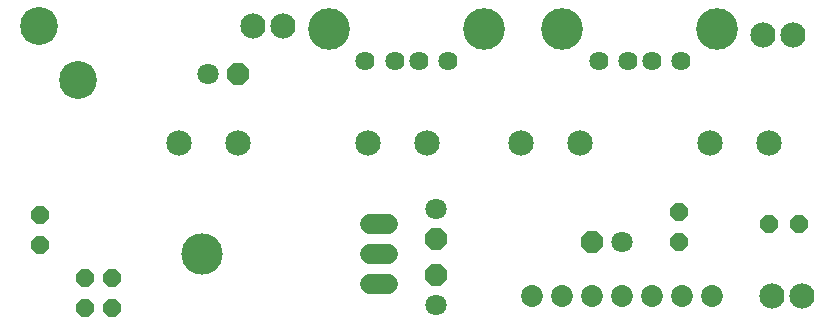
<source format=gts>
G75*
G70*
%OFA0B0*%
%FSLAX24Y24*%
%IPPOS*%
%LPD*%
%AMOC8*
5,1,8,0,0,1.08239X$1,22.5*
%
%ADD10C,0.0840*%
%ADD11C,0.0730*%
%ADD12C,0.0640*%
%ADD13C,0.1390*%
%ADD14C,0.0848*%
%ADD15C,0.0680*%
%ADD16C,0.1380*%
%ADD17OC8,0.0710*%
%ADD18C,0.0710*%
%ADD19C,0.1265*%
%ADD20OC8,0.0600*%
D10*
X010610Y014086D03*
X011610Y014086D03*
X027610Y013786D03*
X028610Y013786D03*
X028911Y005087D03*
X027911Y005087D03*
D11*
X025910Y005086D03*
X024910Y005086D03*
X023910Y005086D03*
X022910Y005086D03*
X021910Y005086D03*
X020910Y005086D03*
X019910Y005086D03*
D12*
X022115Y012926D03*
X023095Y012926D03*
X023885Y012926D03*
X024865Y012926D03*
X017095Y012926D03*
X016115Y012926D03*
X015325Y012926D03*
X014345Y012926D03*
D13*
X013135Y013996D03*
X018305Y013996D03*
X020905Y013996D03*
X026075Y013996D03*
D14*
X025841Y010186D03*
X027810Y010186D03*
X021510Y010186D03*
X019542Y010186D03*
X016410Y010186D03*
X014441Y010186D03*
X010110Y010186D03*
X008142Y010186D03*
D15*
X014510Y007486D02*
X015110Y007486D01*
X015110Y006486D02*
X014510Y006486D01*
X014510Y005486D02*
X015110Y005486D01*
D16*
X008910Y006486D03*
D17*
X016710Y006986D03*
X016710Y005786D03*
X021910Y006886D03*
X010110Y012486D03*
D18*
X009110Y012486D03*
X016710Y007986D03*
X016710Y004786D03*
X022910Y006886D03*
D19*
X004760Y012286D03*
X003460Y014086D03*
D20*
X005010Y004686D03*
X005910Y004686D03*
X005910Y005686D03*
X005010Y005686D03*
X003510Y006786D03*
X003510Y007786D03*
X024810Y007886D03*
X024810Y006886D03*
X027810Y007486D03*
X028810Y007486D03*
M02*

</source>
